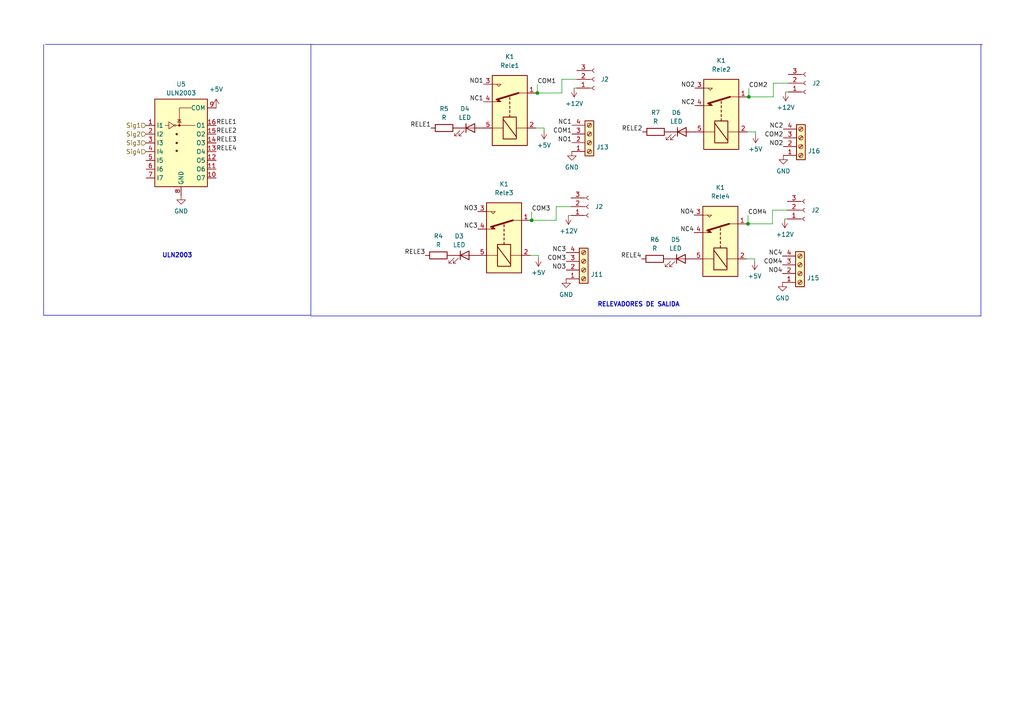
<source format=kicad_sch>
(kicad_sch (version 20230121) (generator eeschema)
  (paper "A4")
  (title_block (title "Uln 2003 con cuatro relevadores"))
  (lib_symbols
    (symbol "Connector:Conn_01x03_Female" (pin_names (offset 1.016) hide)
      (property "Reference" "J" (at 0 5.08 0))
      (property "Value" "Conn_01x03_Female" (at 0 -5.08 0))
      (symbol "Conn_01x03_Female_1_1"
        (arc (start 0 -2.032) (mid -0.5058 -2.54) (end 0 -3.048) (stroke (width 0.1524)))
        (polyline (pts (xy -1.27 -2.54) (xy -0.508 -2.54)) (stroke (width 0.1524)))
        (polyline (pts (xy -1.27 0) (xy -0.508 0)) (stroke (width 0.1524)))
        (polyline (pts (xy -1.27 2.54) (xy -0.508 2.54)) (stroke (width 0.1524)))
        (arc (start 0 0.508) (mid -0.5058 0) (end 0 -0.508) (stroke (width 0.1524)))
        (arc (start 0 3.048) (mid -0.5058 2.54) (end 0 2.032) (stroke (width 0.1524)))
        (pin passive line (at -5.08 2.54 0) (length 3.81) (name "Pin_1") (number "1"))
        (pin passive line (at -5.08 0 0) (length 3.81) (name "Pin_2") (number "2"))
        (pin passive line (at -5.08 -2.54 0) (length 3.81) (name "Pin_3") (number "3"))
      )
    )
    (symbol "Connector:Screw_Terminal_01x04" (pin_names (offset 1.016) hide)
      (property "Reference" "J" (at 0 5.08 0))
      (property "Value" "Screw_Terminal_01x04" (at 0 -7.62 0))
      (symbol "Screw_Terminal_01x04_1_1"
        (rectangle (start -1.27 3.81) (end 1.27 -6.35) (stroke (width 0.254)) (fill (type background)))
        (circle (center 0 -5.08) (radius 0.635) (stroke (width 0.1524)))
        (circle (center 0 -2.54) (radius 0.635) (stroke (width 0.1524)))
        (polyline (pts (xy -0.5334 -4.7498) (xy 0.3302 -5.588)) (stroke (width 0.1524)))
        (polyline (pts (xy -0.5334 -2.2098) (xy 0.3302 -3.048)) (stroke (width 0.1524)))
        (polyline (pts (xy -0.5334 0.3302) (xy 0.3302 -0.508)) (stroke (width 0.1524)))
        (polyline (pts (xy -0.5334 2.8702) (xy 0.3302 2.032)) (stroke (width 0.1524)))
        (polyline (pts (xy -0.3556 -4.572) (xy 0.508 -5.4102)) (stroke (width 0.1524)))
        (polyline (pts (xy -0.3556 -2.032) (xy 0.508 -2.8702)) (stroke (width 0.1524)))
        (polyline (pts (xy -0.3556 0.508) (xy 0.508 -0.3302)) (stroke (width 0.1524)))
        (polyline (pts (xy -0.3556 3.048) (xy 0.508 2.2098)) (stroke (width 0.1524)))
        (circle (center 0 0) (radius 0.635) (stroke (width 0.1524)))
        (circle (center 0 2.54) (radius 0.635) (stroke (width 0.1524)))
        (pin passive line (at -5.08 2.54 0) (length 3.81) (name "Pin_1") (number "1"))
        (pin passive line (at -5.08 0 0) (length 3.81) (name "Pin_2") (number "2"))
        (pin passive line (at -5.08 -2.54 0) (length 3.81) (name "Pin_3") (number "3"))
        (pin passive line (at -5.08 -5.08 0) (length 3.81) (name "Pin_4") (number "4"))
      )
    )
    (symbol "Device:LED" (pin_numbers hide) (pin_names (offset 1.016) hide)
      (property "Reference" "D" (at 0 2.54 0))
      (property "Value" "LED" (at 0 -2.54 0))
      (symbol "LED_0_1"
        (polyline (pts (xy -1.27 -1.27) (xy -1.27 1.27)) (stroke (width 0.254)))
        (polyline (pts (xy -1.27 0) (xy 1.27 0)))
        (polyline (pts (xy 1.27 -1.27) (xy 1.27 1.27) (xy -1.27 0) (xy 1.27 -1.27)) (stroke (width 0.254)))
        (polyline (pts (xy -3.048 -0.762) (xy -4.572 -2.286) (xy -3.81 -2.286) (xy -4.572 -2.286) (xy -4.572 -1.524)))
        (polyline (pts (xy -1.778 -0.762) (xy -3.302 -2.286) (xy -2.54 -2.286) (xy -3.302 -2.286) (xy -3.302 -1.524)))
      )
      (symbol "LED_1_1"
        (pin passive line (at -3.81 0 0) (length 2.54) (name "K") (number "1"))
        (pin passive line (at 3.81 0 180) (length 2.54) (name "A") (number "2"))
      )
    )
    (symbol "Device:R" (pin_numbers hide) (pin_names (offset 0))
      (property "Reference" "R" (at 2.032 0 90))
      (property "Value" "R" (at 0 0 90))
      (symbol "R_0_1"
        (rectangle (start -1.016 -2.54) (end 1.016 2.54) (stroke (width 0.254)))
      )
      (symbol "R_1_1"
        (pin passive line (at 0 3.81 270) (length 1.27) (name "~") (number "1"))
        (pin passive line (at 0 -3.81 90) (length 1.27) (name "~") (number "2"))
      )
    )
    (symbol "Relay:G5LE-1"
      (property "Reference" "K" (at 11.43 3.81 0))
      (property "Value" "G5LE-1" (at 11.43 1.27 0))
      (symbol "G5LE-1_0_0"
        (polyline (pts (xy 7.62 5.08) (xy 7.62 2.54) (xy 6.985 3.175) (xy 7.62 3.81)))
      )
      (symbol "G5LE-1_0_1"
        (rectangle (start -10.16 5.08) (end 10.16 -5.08) (stroke (width 0.254)) (fill (type background)))
        (rectangle (start -8.255 1.905) (end -1.905 -1.905) (stroke (width 0.254)))
        (polyline (pts (xy -7.62 -1.905) (xy -2.54 1.905)) (stroke (width 0.254)))
        (polyline (pts (xy -5.08 -5.08) (xy -5.08 -1.905)))
        (polyline (pts (xy -5.08 5.08) (xy -5.08 1.905)))
        (polyline (pts (xy -1.905 0) (xy -1.27 0)) (stroke (width 0.254)))
        (polyline (pts (xy -0.635 0) (xy 0 0)) (stroke (width 0.254)))
        (polyline (pts (xy 0.635 0) (xy 1.27 0)) (stroke (width 0.254)))
        (polyline (pts (xy 1.905 0) (xy 2.54 0)) (stroke (width 0.254)))
        (polyline (pts (xy 3.175 0) (xy 3.81 0)) (stroke (width 0.254)))
        (polyline (pts (xy 5.08 -2.54) (xy 3.175 3.81)) (stroke (width 0.508)))
        (polyline (pts (xy 5.08 -2.54) (xy 5.08 -5.08)))
        (polyline (pts (xy 2.54 5.08) (xy 2.54 2.54) (xy 3.175 3.175) (xy 2.54 3.81)) (fill (type outline)))
      )
      (symbol "G5LE-1_1_1"
        (pin passive line (at 5.08 -7.62 90) (length 2.54) (name "~") (number "1"))
        (pin passive line (at -5.08 -7.62 90) (length 2.54) (name "~") (number "2"))
        (pin passive line (at 7.62 7.62 270) (length 2.54) (name "~") (number "3"))
        (pin passive line (at 2.54 7.62 270) (length 2.54) (name "~") (number "4"))
        (pin passive line (at -5.08 7.62 270) (length 2.54) (name "~") (number "5"))
      )
    )
    (symbol "Transistor_Array:ULN2003"
      (property "Reference" "U" (at 0 15.875 0))
      (property "Value" "ULN2003" (at 0 13.97 0))
      (symbol "ULN2003_0_1"
        (rectangle (start -7.62 -12.7) (end 7.62 12.7) (stroke (width 0.254)) (fill (type background)))
        (circle (center -1.778 5.08) (radius 0.254))
        (circle (center -1.27 -2.286) (radius 0.254) (fill (type outline)))
        (circle (center -1.27 0) (radius 0.254) (fill (type outline)))
        (circle (center -1.27 2.54) (radius 0.254) (fill (type outline)))
        (circle (center -0.508 5.08) (radius 0.254) (fill (type outline)))
        (polyline (pts (xy -4.572 5.08) (xy -3.556 5.08)))
        (polyline (pts (xy -1.524 5.08) (xy 4.064 5.08)))
        (polyline (pts (xy 0 6.731) (xy -1.016 6.731)))
        (polyline (pts (xy -0.508 5.08) (xy -0.508 10.16) (xy 2.921 10.16)))
        (polyline (pts (xy -3.556 6.096) (xy -3.556 4.064) (xy -2.032 5.08) (xy -3.556 6.096)))
        (polyline (pts (xy 0 5.969) (xy -1.016 5.969) (xy -0.508 6.731) (xy 0 5.969)))
      )
      (symbol "ULN2003_1_1"
        (pin input line (at -10.16 5.08 0) (length 2.54) (name "I1") (number "1"))
        (pin open_collector line (at 10.16 -10.16 180) (length 2.54) (name "O7") (number "10"))
        (pin open_collector line (at 10.16 -7.62 180) (length 2.54) (name "O6") (number "11"))
        (pin open_collector line (at 10.16 -5.08 180) (length 2.54) (name "O5") (number "12"))
        (pin open_collector line (at 10.16 -2.54 180) (length 2.54) (name "O4") (number "13"))
        (pin open_collector line (at 10.16 0 180) (length 2.54) (name "O3") (number "14"))
        (pin open_collector line (at 10.16 2.54 180) (length 2.54) (name "O2") (number "15"))
        (pin open_collector line (at 10.16 5.08 180) (length 2.54) (name "O1") (number "16"))
        (pin input line (at -10.16 2.54 0) (length 2.54) (name "I2") (number "2"))
        (pin input line (at -10.16 0 0) (length 2.54) (name "I3") (number "3"))
        (pin input line (at -10.16 -2.54 0) (length 2.54) (name "I4") (number "4"))
        (pin input line (at -10.16 -5.08 0) (length 2.54) (name "I5") (number "5"))
        (pin input line (at -10.16 -7.62 0) (length 2.54) (name "I6") (number "6"))
        (pin input line (at -10.16 -10.16 0) (length 2.54) (name "I7") (number "7"))
        (pin power_in line (at 0 -15.24 90) (length 2.54) (name "GND") (number "8"))
        (pin passive line (at 10.16 10.16 180) (length 2.54) (name "COM") (number "9"))
      )
    )
    (symbol "power:+12V" (power) (pin_names (offset 0))
      (property "Value" "+12V" (at 0 3.556 0))
      (symbol "+12V_0_1"
        (polyline (pts (xy -0.762 1.27) (xy 0 2.54)))
        (polyline (pts (xy 0 0) (xy 0 2.54)))
        (polyline (pts (xy 0 2.54) (xy 0.762 1.27)))
      )
      (symbol "+12V_1_1"
        (pin power_in line (at 0 0 90) (length 0) hide (name "+12V") (number "1"))
      )
    )
    (symbol "power:+5V" (power) (pin_names (offset 0))
      (property "Value" "+5V" (at 0 3.556 0))
      (symbol "+5V_0_1"
        (polyline (pts (xy -0.762 1.27) (xy 0 2.54)))
        (polyline (pts (xy 0 0) (xy 0 2.54)))
        (polyline (pts (xy 0 2.54) (xy 0.762 1.27)))
      )
      (symbol "+5V_1_1"
        (pin power_in line (at 0 0 90) (length 0) hide (name "+5V") (number "1"))
      )
    )
    (symbol "power:GND" (power) (pin_names (offset 0))
      (property "Value" "GND" (at 0 -3.81 0))
      (symbol "GND_0_1"
        (polyline (pts (xy 0 0) (xy 0 -1.27) (xy 1.27 -1.27) (xy 0 -2.54) (xy -1.27 -1.27) (xy 0 -1.27)))
      )
      (symbol "GND_1_1"
        (pin power_in line (at 0 0 270) (length 0) hide (name "GND") (number "1"))
      )
    )
  )
  (junction (at 217.1954 28.0924))
  (junction (at 154.2034 63.9064))
  (junction (at 216.9414 64.9224))
  (junction (at 155.8544 26.9748))
  (wire (pts (xy 217.1954 28.0924) (xy 224.3074 28.0924)))
  (wire (pts (xy 156.1592 74.0664) (xy 153.8224 74.0664)))
  (wire (pts (xy 154.2034 63.9064) (xy 161.3154 63.9064)))
  (wire (pts (xy 216.9414 64.9224) (xy 224.0534 64.9224)))
  (wire (pts (xy 224.0534 60.96) (xy 228.3714 60.96)))
  (wire (pts (xy 153.8224 63.9064) (xy 154.2034 63.9064)))
  (wire (pts (xy 227.6094 63.5) (xy 228.3714 63.5)))
  (wire (pts (xy 161.3154 59.944) (xy 161.3154 63.9064)))
  (polyline (pts (xy 284.9372 12.9032) (xy 90.6272 12.9032)))
  (wire (pts (xy 156.1592 74.7014) (xy 156.1592 74.0664)))
  (wire (pts (xy 227.6094 63.5617) (xy 227.6094 63.5)))
  (wire (pts (xy 166.5224 25.5524) (xy 167.2844 25.5524)))
  (wire (pts (xy 216.5604 64.9224) (xy 216.9414 64.9224)))
  (wire (pts (xy 162.9664 23.0124) (xy 167.2844 23.0124)))
  (wire (pts (xy 157.8102 37.1348) (xy 155.4734 37.1348)))
  (polyline (pts (xy 12.6492 12.9286) (xy 12.6492 91.44)))
  (polyline (pts (xy 12.6492 91.44) (xy 90.17 91.44)))
  (wire (pts (xy 227.8634 26.7317) (xy 227.8634 26.67)))
  (wire (pts (xy 155.4734 26.9748) (xy 155.8544 26.9748)))
  (wire (pts (xy 219.1512 38.2524) (xy 216.8144 38.2524)))
  (wire (pts (xy 164.8714 62.5457) (xy 164.8714 62.484)))
  (wire (pts (xy 217.1954 25.654) (xy 217.1954 28.0924)))
  (wire (pts (xy 164.8714 62.484) (xy 165.6334 62.484)))
  (wire (pts (xy 224.3074 24.13) (xy 224.3074 28.0924)))
  (polyline (pts (xy 90.17 91.44) (xy 90.17 12.8778)))
  (wire (pts (xy 219.1512 38.8874) (xy 219.1512 38.2524)))
  (wire (pts (xy 216.8144 28.0924) (xy 217.1954 28.0924)))
  (wire (pts (xy 216.9414 62.484) (xy 216.9414 64.9224)))
  (polyline (pts (xy 284.5054 91.6432) (xy 284.5054 12.9032)))
  (wire (pts (xy 218.8972 75.0824) (xy 216.5604 75.0824)))
  (polyline (pts (xy 13.1318 12.8778) (xy 90.6272 12.8778)))
  (wire (pts (xy 224.0534 60.96) (xy 224.0534 64.9224)))
  (wire (pts (xy 224.3074 24.13) (xy 228.6254 24.13)))
  (wire (pts (xy 162.9664 23.0124) (xy 162.9664 26.9748)))
  (wire (pts (xy 157.8102 37.7698) (xy 157.8102 37.1348)))
  (wire (pts (xy 218.8972 75.7174) (xy 218.8972 75.0824)))
  (wire (pts (xy 155.8544 26.9748) (xy 162.9664 26.9748)))
  (wire (pts (xy 154.2034 61.468) (xy 154.2034 63.9064)))
  (wire (pts (xy 161.3154 59.944) (xy 165.6334 59.944)))
  (wire (pts (xy 227.8634 26.67) (xy 228.6254 26.67)))
  (polyline (pts (xy 90.1954 91.6432) (xy 284.5054 91.6432)))
  (wire (pts (xy 166.5224 25.6141) (xy 166.5224 25.5524)))
  (wire (pts (xy 155.8544 24.5364) (xy 155.8544 26.9748)))
  (text "RELEVADORES DE SALIDA " (at 173.228 89.154 0) (effects (font (size 1.27 1.27) bold) (justify left bottom)))
  (text "ULN2003\n\n" (at 46.99 76.962 0) (effects (font (size 1.27 1.27) (thickness 0.254) bold) (justify left bottom)))
  (label "RELE3" (at 62.6872 41.4528 0))
  (label "NO1" (at 165.862 41.402 180))
  (label "NO2" (at 227.203 42.5196 180))
  (label "NC4" (at 226.949 74.2696 180))
  (label "COM1" (at 155.8544 24.5364 0))
  (label "COM2" (at 227.203 39.9796 180))
  (label "NO3" (at 164.211 78.3336 180))
  (label "RELE4" (at 186.0804 75.0824 180))
  (label "NC4" (at 201.3204 67.4624 180))
  (label "COM2" (at 217.1954 25.654 0))
  (label "COM3" (at 164.211 75.7936 180))
  (label "NC2" (at 201.5744 30.6324 180))
  (label "RELE1" (at 62.6872 36.3728 0))
  (label "COM4" (at 216.9414 62.484 0))
  (label "NC1" (at 165.862 36.322 180))
  (label "COM4" (at 226.949 76.8096 180))
  (label "NO3" (at 138.5824 61.3664 180))
  (label "RELE3" (at 123.3424 74.0664 180))
  (label "RELE2" (at 186.3344 38.2524 180))
  (label "RELE1" (at 124.9934 37.1348 180))
  (label "RELE4" (at 62.6872 43.9928 0))
  (label "NC2" (at 227.203 37.4396 180))
  (label "COM3" (at 154.2034 61.468 0))
  (label "NO1" (at 140.2334 24.4348 180))
  (label "NO2" (at 201.5744 25.5524 180))
  (label "RELE2" (at 62.6872 38.9128 0))
  (label "NC3" (at 138.5824 66.4464 180))
  (label "COM1" (at 165.862 38.862 180))
  (label "NC3" (at 164.211 73.2536 180))
  (label "NO4" (at 201.3204 62.3824 180))
  (label "NO4" (at 226.949 79.3496 180))
  (label "NC1" (at 140.2334 29.5148 180))
  (hierarchical_label "Sig3" (shape input) (at 42.3672 41.4528 180))
  (hierarchical_label "Sig1" (shape input) (at 42.3672 36.3728 180))
  (hierarchical_label "Sig4" (shape input) (at 42.3672 43.9928 180))
  (hierarchical_label "Sig2" (shape input) (at 42.3672 38.9128 180))
  (symbol (lib_id "Connector:Conn_01x03_Female") (at 233.4514 60.96 0) (mirror x) (unit 1)
    (property "Reference" "J2" (at 236.4994 60.96 0))
    (property "Value" "Conn_01x03_Female" (effects hide))
    (property "Footprint" "Connector_PinHeader_2.54mm:PinHeader_1x03_P2.54mm_Vertical" (effects hide))
    (instances (project "Relevador" (path "" (reference "J2") (unit 1))) (project "SCARAB-V1" (path "" (reference "J2") (unit 1))) (project "ER-PROMEGA-SHIELD" (path "" (reference "J17") (unit 1))))
  )
  (symbol (lib_id "Device:R") (at 189.8904 75.0824 270) (unit 1)
    (property "Reference" "R6" (at 189.8904 69.4944 90))
    (property "Value" "R" (at 189.8904 72.0344 90))
    (property "Footprint" "Resistor_SMD:R_0603_1608Metric_Pad0.98x0.95mm_HandSolder" (effects hide))
  )
  (symbol (lib_id "Connector:Screw_Terminal_01x04") (at 169.291 78.3336 0) (mirror x) (unit 1)
    (property "Reference" "J11" (at 171.323 79.6036 0) (effects (justify left)))
    (property "Value" "Screw_Terminal_01x03" (effects hide))
    (property "Footprint" "Connector_Phoenix_MC:PhoenixContact_MCV_1,5_4-G-3.81_1x04_P3.81mm_Vertical" (effects hide))
  )
  (symbol (lib_id "Connector:Screw_Terminal_01x04") (at 170.942 41.402 0) (mirror x) (unit 1)
    (property "Reference" "J13" (at 172.974 42.672 0) (effects (justify left)))
    (property "Value" "Screw_Terminal_01x03" (effects hide))
    (property "Footprint" "Connector_Phoenix_MC:PhoenixContact_MCV_1,5_4-G-3.81_1x04_P3.81mm_Vertical" (effects hide))
  )
  (symbol (lib_id "Device:R") (at 128.8034 37.1348 270) (unit 1)
    (property "Reference" "R5" (at 128.8034 31.5468 90))
    (property "Value" "R" (at 128.8034 34.0868 90))
    (property "Footprint" "Resistor_SMD:R_0603_1608Metric_Pad0.98x0.95mm_HandSolder" (effects hide))
  )
  (symbol (lib_id "power:+12V") (at 227.6094 63.5617 180) (unit 1)
    (property "Reference" "#PWR01" (effects hide))
    (property "Value" "+12V" (at 227.6602 68.0067 0))
    (instances (project "Relevador" (path "" (reference "#PWR01") (unit 1))) (project "ER-PROMEGA-SHIELD" (path "" (reference "#PWR023") (unit 1))))
  )
  (symbol (lib_id "Device:LED") (at 197.7644 38.2524 0) (unit 1)
    (property "Reference" "D6" (at 196.1769 32.6644 0))
    (property "Value" "LED" (at 196.1769 35.2044 0))
    (property "Footprint" "LED_SMD:LED_0603_1608Metric_Pad1.05x0.95mm_HandSolder" (effects hide))
  )
  (symbol (lib_id "Connector:Screw_Terminal_01x04") (at 232.283 42.5196 0) (mirror x) (unit 1)
    (property "Reference" "J16" (at 234.315 43.7896 0) (effects (justify left)))
    (property "Value" "Screw_Terminal_01x03" (effects hide))
    (property "Footprint" "Connector_Phoenix_MC:PhoenixContact_MCV_1,5_4-G-3.81_1x04_P3.81mm_Vertical" (effects hide))
  )
  (symbol (lib_id "power:+12V") (at 164.8714 62.5457 180) (unit 1)
    (property "Reference" "#PWR01" (effects hide))
    (property "Value" "+12V" (at 164.9222 66.9907 0))
    (instances (project "Relevador" (path "" (reference "#PWR01") (unit 1))) (project "ER-PROMEGA-SHIELD" (path "" (reference "#PWR016") (unit 1))))
  )
  (symbol (lib_id "power:+5V") (at 218.8972 75.7174 180) (unit 1)
    (property "Reference" "#PWR01" (effects hide))
    (property "Value" "+5V" (at 218.8972 80.0862 0))
    (instances (project "ER-PROMEGA-SHIELD" (path "" (reference "#PWR01") (unit 1)) (path "" (reference "#PWR019") (unit 1))))
  )
  (symbol (lib_id "Relay:G5LE-1") (at 209.1944 33.1724 90) (unit 1)
    (property "Reference" "K1" (at 209.1944 17.5768 90))
    (property "Value" "Rele2" (at 209.1944 20.1168 90))
    (property "Footprint" "Relay_THT:Relay_SPDT_Omron-G5LE-1" (effects hide))
    (property "Datasheet" "http://www.omron.com/ecb/products/pdf/en-g5le.pdf" (effects hide))
    (instances (project "ER-PROMEGA-SHIELD" (path "" (reference "K1") (unit 1)) (path "" (reference "K4") (unit 1))))
  )
  (symbol (lib_id "Device:LED") (at 197.5104 75.0824 0) (unit 1)
    (property "Reference" "D5" (at 195.9229 69.4944 0))
    (property "Value" "LED" (at 195.9229 72.0344 0))
    (property "Footprint" "LED_SMD:LED_0603_1608Metric_Pad1.05x0.95mm_HandSolder" (effects hide))
  )
  (symbol (lib_id "power:+5V") (at 157.8102 37.7698 180) (unit 1)
    (property "Reference" "#PWR01" (effects hide))
    (property "Value" "+5V" (at 157.8102 42.1386 0))
    (instances (project "ER-PROMEGA-SHIELD" (path "" (reference "#PWR01") (unit 1)) (path "" (reference "#PWR014") (unit 1))))
  )
  (symbol (lib_id "power:GND") (at 52.5272 56.6928 0) (unit 1)
    (property "Reference" "#PWR011" (effects hide))
    (property "Value" "GND" (at 52.5272 61.2648 0))
  )
  (symbol (lib_id "power:GND") (at 226.949 81.8896 0) (unit 1)
    (property "Reference" "#PWR021" (effects hide))
    (property "Value" "GND" (at 226.949 86.4616 0))
  )
  (symbol (lib_id "power:+5V") (at 219.1512 38.8874 180) (unit 1)
    (property "Reference" "#PWR01" (effects hide))
    (property "Value" "+5V" (at 219.1512 43.2562 0))
    (instances (project "ER-PROMEGA-SHIELD" (path "" (reference "#PWR01") (unit 1)) (path "" (reference "#PWR020") (unit 1))))
  )
  (symbol (lib_id "power:+5V") (at 156.1592 74.7014 180) (unit 1)
    (property "Reference" "#PWR01" (effects hide))
    (property "Value" "+5V" (at 156.1592 79.0702 0))
    (instances (project "ER-PROMEGA-SHIELD" (path "" (reference "#PWR01") (unit 1)) (path "" (reference "#PWR013") (unit 1))))
  )
  (symbol (lib_id "Device:R") (at 127.1524 74.0664 270) (unit 1)
    (property "Reference" "R4" (at 127.1524 68.4784 90))
    (property "Value" "R" (at 127.1524 71.0184 90))
    (property "Footprint" "Resistor_SMD:R_0603_1608Metric_Pad0.98x0.95mm_HandSolder" (effects hide))
  )
  (symbol (lib_id "Connector:Conn_01x03_Female") (at 172.3644 23.0124 0) (mirror x) (unit 1)
    (property "Reference" "J2" (at 175.4124 23.0124 0))
    (property "Value" "Conn_01x03_Female" (effects hide))
    (property "Footprint" "Connector_PinHeader_2.54mm:PinHeader_1x03_P2.54mm_Vertical" (effects hide))
    (instances (project "Relevador" (path "" (reference "J2") (unit 1))) (project "SCARAB-V1" (path "" (reference "J2") (unit 1))) (project "ER-PROMEGA-SHIELD" (path "" (reference "J14") (unit 1))))
  )
  (symbol (lib_id "Relay:G5LE-1") (at 146.2024 68.9864 90) (unit 1)
    (property "Reference" "K1" (at 146.2024 53.3908 90))
    (property "Value" "Rele3" (at 146.2024 55.9308 90))
    (property "Footprint" "Relay_THT:Relay_SPDT_Omron-G5LE-1" (effects hide))
    (property "Datasheet" "http://www.omron.com/ecb/products/pdf/en-g5le.pdf" (effects hide))
  )
  (symbol (lib_id "Transistor_Array:ULN2003") (at 52.5272 41.4528 0) (unit 1)
    (property "Reference" "U5" (at 52.5272 24.4348 0))
    (property "Value" "ULN2003" (at 52.5272 26.9748 0))
    (property "Footprint" "PCM_Package_SO_AKL:SOP-16_4.55x10.3mm_P1.27mm" (effects hide))
    (property "Datasheet" "http://www.ti.com/lit/ds/symlink/uln2003a.pdf" (effects hide))
    (instances (project "ER-PROMEGA-SHIELD" (path "" (reference "U5") (unit 1)) (path "" (reference "U1") (unit 1))))
  )
  (symbol (lib_id "Device:R") (at 190.1444 38.2524 270) (unit 1)
    (property "Reference" "R7" (at 190.1444 32.6644 90))
    (property "Value" "R" (at 190.1444 35.2044 90))
    (property "Footprint" "Resistor_SMD:R_0603_1608Metric_Pad0.98x0.95mm_HandSolder" (effects hide))
  )
  (symbol (lib_id "power:+12V") (at 166.5224 25.6141 180) (unit 1)
    (property "Reference" "#PWR01" (effects hide))
    (property "Value" "+12V" (at 166.5732 30.0591 0))
    (instances (project "Relevador" (path "" (reference "#PWR01") (unit 1))) (project "ER-PROMEGA-SHIELD" (path "" (reference "#PWR018") (unit 1))))
  )
  (symbol (lib_id "power:GND") (at 165.862 43.942 0) (unit 1)
    (property "Reference" "#PWR017" (effects hide))
    (property "Value" "GND" (at 165.862 48.514 0))
  )
  (symbol (lib_id "power:GND") (at 164.211 80.8736 0) (unit 1)
    (property "Reference" "#PWR015" (effects hide))
    (property "Value" "GND" (at 164.211 85.4456 0))
  )
  (symbol (lib_id "Connector:Conn_01x03_Female") (at 233.7054 24.13 0) (mirror x) (unit 1)
    (property "Reference" "J2" (at 236.7534 24.13 0))
    (property "Value" "Conn_01x03_Female" (effects hide))
    (property "Footprint" "Connector_PinHeader_2.54mm:PinHeader_1x03_P2.54mm_Vertical" (effects hide))
    (instances (project "Relevador" (path "" (reference "J2") (unit 1))) (project "SCARAB-V1" (path "" (reference "J2") (unit 1))) (project "ER-PROMEGA-SHIELD" (path "" (reference "J18") (unit 1))))
  )
  (symbol (lib_id "Device:LED") (at 136.4234 37.1348 0) (unit 1)
    (property "Reference" "D4" (at 134.8359 31.5468 0))
    (property "Value" "LED" (at 134.8359 34.0868 0))
    (property "Footprint" "LED_SMD:LED_0603_1608Metric_Pad1.05x0.95mm_HandSolder" (effects hide))
  )
  (symbol (lib_id "power:+12V") (at 227.8634 26.7317 180) (unit 1)
    (property "Reference" "#PWR01" (effects hide))
    (property "Value" "+12V" (at 227.9142 31.1767 0))
    (instances (project "Relevador" (path "" (reference "#PWR01") (unit 1))) (project "ER-PROMEGA-SHIELD" (path "" (reference "#PWR024") (unit 1))))
  )
  (symbol (lib_id "Connector:Conn_01x03_Female") (at 170.7134 59.944 0) (mirror x) (unit 1)
    (property "Reference" "J2" (at 173.7614 59.944 0))
    (property "Value" "Conn_01x03_Female" (effects hide))
    (property "Footprint" "Connector_PinHeader_2.54mm:PinHeader_1x03_P2.54mm_Vertical" (effects hide))
    (instances (project "Relevador" (path "" (reference "J2") (unit 1))) (project "SCARAB-V1" (path "" (reference "J2") (unit 1))) (project "ER-PROMEGA-SHIELD" (path "" (reference "J12") (unit 1))))
  )
  (symbol (lib_id "Relay:G5LE-1") (at 208.9404 70.0024 90) (unit 1)
    (property "Reference" "K1" (at 208.9404 54.4068 90))
    (property "Value" "Rele4" (at 208.9404 56.9468 90))
    (property "Footprint" "Relay_THT:Relay_SPDT_Omron-G5LE-1" (effects hide))
    (property "Datasheet" "http://www.omron.com/ecb/products/pdf/en-g5le.pdf" (effects hide))
    (instances (project "ER-PROMEGA-SHIELD" (path "" (reference "K1") (unit 1)) (path "" (reference "K3") (unit 1))))
  )
  (symbol (lib_id "power:+5V") (at 62.6872 31.2928 0) (unit 1)
    (property "Reference" "#PWR013" (effects hide))
    (property "Value" "+5V" (at 62.6872 25.908 0))
    (instances (project "ER-PROMEGA-SHIELD" (path "" (reference "#PWR013") (unit 1)) (path "" (reference "#PWR012") (unit 1))))
  )
  (symbol (lib_id "Device:LED") (at 134.7724 74.0664 0) (unit 1)
    (property "Reference" "D3" (at 133.1849 68.4784 0))
    (property "Value" "LED" (at 133.1849 71.0184 0))
    (property "Footprint" "LED_SMD:LED_0603_1608Metric" (effects hide))
  )
  (symbol (lib_id "power:GND") (at 227.203 45.0596 0) (unit 1)
    (property "Reference" "#PWR022" (effects hide))
    (property "Value" "GND" (at 227.203 49.6316 0))
  )
  (symbol (lib_id "Connector:Screw_Terminal_01x04") (at 232.029 79.3496 0) (mirror x) (unit 1)
    (property "Reference" "J15" (at 234.061 80.6196 0) (effects (justify left)))
    (property "Value" "Screw_Terminal_01x03" (effects hide))
    (property "Footprint" "Connector_Phoenix_MC:PhoenixContact_MCV_1,5_4-G-3.81_1x04_P3.81mm_Vertical" (effects hide))
  )
  (symbol (lib_id "Relay:G5LE-1") (at 147.8534 32.0548 90) (unit 1)
    (property "Reference" "K1" (at 147.8534 16.4592 90))
    (property "Value" "Rele1" (at 147.8534 18.9992 90))
    (property "Footprint" "Relay_THT:Relay_SPDT_Omron-G5LE-1" (effects hide))
    (property "Datasheet" "http://www.omron.com/ecb/products/pdf/en-g5le.pdf" (effects hide))
    (instances (project "ER-PROMEGA-SHIELD" (path "" (reference "K1") (unit 1)) (path "" (reference "K2") (unit 1))))
  )
)
</source>
